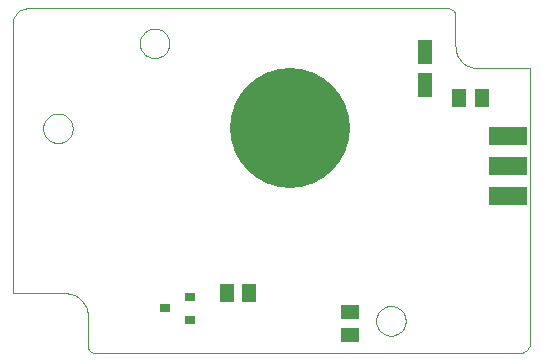
<source format=gtp>
G75*
%MOIN*%
%OFA0B0*%
%FSLAX24Y24*%
%IPPOS*%
%LPD*%
%AMOC8*
5,1,8,0,0,1.08239X$1,22.5*
%
%ADD10C,0.0000*%
%ADD11C,0.4000*%
%ADD12R,0.0512X0.0630*%
%ADD13R,0.0512X0.0591*%
%ADD14R,0.0591X0.0512*%
%ADD15R,0.0354X0.0315*%
%ADD16R,0.0472X0.0787*%
%ADD17R,0.1300X0.0600*%
D10*
X002650Y001400D02*
X002648Y001454D01*
X002642Y001507D01*
X002633Y001559D01*
X002620Y001611D01*
X002603Y001662D01*
X002582Y001712D01*
X002558Y001759D01*
X002531Y001805D01*
X002500Y001849D01*
X002467Y001891D01*
X002430Y001930D01*
X002391Y001967D01*
X002349Y002000D01*
X002305Y002031D01*
X002259Y002058D01*
X002212Y002082D01*
X002162Y002103D01*
X002111Y002120D01*
X002059Y002133D01*
X002007Y002142D01*
X001954Y002148D01*
X001900Y002150D01*
X000150Y002150D01*
X000150Y011256D01*
X000150Y011150D02*
X000152Y011194D01*
X000158Y011237D01*
X000167Y011279D01*
X000180Y011321D01*
X000197Y011361D01*
X000217Y011400D01*
X000240Y011437D01*
X000267Y011471D01*
X000296Y011504D01*
X000329Y011533D01*
X000363Y011560D01*
X000400Y011583D01*
X000439Y011603D01*
X000479Y011620D01*
X000521Y011633D01*
X000563Y011642D01*
X000606Y011648D01*
X000650Y011650D01*
X014650Y011650D01*
X014680Y011648D01*
X014710Y011643D01*
X014739Y011634D01*
X014766Y011621D01*
X014792Y011606D01*
X014816Y011587D01*
X014837Y011566D01*
X014856Y011542D01*
X014871Y011516D01*
X014884Y011489D01*
X014893Y011460D01*
X014898Y011430D01*
X014900Y011400D01*
X014900Y010400D01*
X014902Y010346D01*
X014908Y010293D01*
X014917Y010241D01*
X014930Y010189D01*
X014947Y010138D01*
X014968Y010088D01*
X014992Y010041D01*
X015019Y009995D01*
X015050Y009951D01*
X015083Y009909D01*
X015120Y009870D01*
X015159Y009833D01*
X015201Y009800D01*
X015245Y009769D01*
X015291Y009742D01*
X015338Y009718D01*
X015388Y009697D01*
X015439Y009680D01*
X015491Y009667D01*
X015543Y009658D01*
X015596Y009652D01*
X015650Y009650D01*
X017400Y009650D01*
X017400Y000544D01*
X017398Y000505D01*
X017392Y000467D01*
X017383Y000430D01*
X017370Y000393D01*
X017353Y000358D01*
X017334Y000325D01*
X017311Y000294D01*
X017285Y000265D01*
X017256Y000239D01*
X017225Y000216D01*
X017192Y000197D01*
X017157Y000180D01*
X017120Y000167D01*
X017083Y000158D01*
X017045Y000152D01*
X017006Y000150D01*
X017150Y000150D02*
X002900Y000150D01*
X002870Y000152D01*
X002840Y000157D01*
X002811Y000166D01*
X002784Y000179D01*
X002758Y000194D01*
X002734Y000213D01*
X002713Y000234D01*
X002694Y000258D01*
X002679Y000284D01*
X002666Y000311D01*
X002657Y000340D01*
X002652Y000370D01*
X002650Y000400D01*
X002650Y001400D01*
X001158Y007650D02*
X001160Y007694D01*
X001166Y007738D01*
X001176Y007781D01*
X001189Y007823D01*
X001207Y007863D01*
X001228Y007902D01*
X001252Y007939D01*
X001279Y007974D01*
X001310Y008006D01*
X001343Y008035D01*
X001379Y008061D01*
X001417Y008083D01*
X001457Y008102D01*
X001498Y008118D01*
X001541Y008130D01*
X001584Y008138D01*
X001628Y008142D01*
X001672Y008142D01*
X001716Y008138D01*
X001759Y008130D01*
X001802Y008118D01*
X001843Y008102D01*
X001883Y008083D01*
X001921Y008061D01*
X001957Y008035D01*
X001990Y008006D01*
X002021Y007974D01*
X002048Y007939D01*
X002072Y007902D01*
X002093Y007863D01*
X002111Y007823D01*
X002124Y007781D01*
X002134Y007738D01*
X002140Y007694D01*
X002142Y007650D01*
X002140Y007606D01*
X002134Y007562D01*
X002124Y007519D01*
X002111Y007477D01*
X002093Y007437D01*
X002072Y007398D01*
X002048Y007361D01*
X002021Y007326D01*
X001990Y007294D01*
X001957Y007265D01*
X001921Y007239D01*
X001883Y007217D01*
X001843Y007198D01*
X001802Y007182D01*
X001759Y007170D01*
X001716Y007162D01*
X001672Y007158D01*
X001628Y007158D01*
X001584Y007162D01*
X001541Y007170D01*
X001498Y007182D01*
X001457Y007198D01*
X001417Y007217D01*
X001379Y007239D01*
X001343Y007265D01*
X001310Y007294D01*
X001279Y007326D01*
X001252Y007361D01*
X001228Y007398D01*
X001207Y007437D01*
X001189Y007477D01*
X001176Y007519D01*
X001166Y007562D01*
X001160Y007606D01*
X001158Y007650D01*
X004382Y010485D02*
X004384Y010529D01*
X004390Y010573D01*
X004400Y010616D01*
X004413Y010658D01*
X004431Y010698D01*
X004452Y010737D01*
X004476Y010774D01*
X004503Y010809D01*
X004534Y010841D01*
X004567Y010870D01*
X004603Y010896D01*
X004641Y010918D01*
X004681Y010937D01*
X004722Y010953D01*
X004765Y010965D01*
X004808Y010973D01*
X004852Y010977D01*
X004896Y010977D01*
X004940Y010973D01*
X004983Y010965D01*
X005026Y010953D01*
X005067Y010937D01*
X005107Y010918D01*
X005145Y010896D01*
X005181Y010870D01*
X005214Y010841D01*
X005245Y010809D01*
X005272Y010774D01*
X005296Y010737D01*
X005317Y010698D01*
X005335Y010658D01*
X005348Y010616D01*
X005358Y010573D01*
X005364Y010529D01*
X005366Y010485D01*
X005364Y010441D01*
X005358Y010397D01*
X005348Y010354D01*
X005335Y010312D01*
X005317Y010272D01*
X005296Y010233D01*
X005272Y010196D01*
X005245Y010161D01*
X005214Y010129D01*
X005181Y010100D01*
X005145Y010074D01*
X005107Y010052D01*
X005067Y010033D01*
X005026Y010017D01*
X004983Y010005D01*
X004940Y009997D01*
X004896Y009993D01*
X004852Y009993D01*
X004808Y009997D01*
X004765Y010005D01*
X004722Y010017D01*
X004681Y010033D01*
X004641Y010052D01*
X004603Y010074D01*
X004567Y010100D01*
X004534Y010129D01*
X004503Y010161D01*
X004476Y010196D01*
X004452Y010233D01*
X004431Y010272D01*
X004413Y010312D01*
X004400Y010354D01*
X004390Y010397D01*
X004384Y010441D01*
X004382Y010485D01*
X012256Y001233D02*
X012258Y001277D01*
X012264Y001321D01*
X012274Y001364D01*
X012287Y001406D01*
X012305Y001446D01*
X012326Y001485D01*
X012350Y001522D01*
X012377Y001557D01*
X012408Y001589D01*
X012441Y001618D01*
X012477Y001644D01*
X012515Y001666D01*
X012555Y001685D01*
X012596Y001701D01*
X012639Y001713D01*
X012682Y001721D01*
X012726Y001725D01*
X012770Y001725D01*
X012814Y001721D01*
X012857Y001713D01*
X012900Y001701D01*
X012941Y001685D01*
X012981Y001666D01*
X013019Y001644D01*
X013055Y001618D01*
X013088Y001589D01*
X013119Y001557D01*
X013146Y001522D01*
X013170Y001485D01*
X013191Y001446D01*
X013209Y001406D01*
X013222Y001364D01*
X013232Y001321D01*
X013238Y001277D01*
X013240Y001233D01*
X013238Y001189D01*
X013232Y001145D01*
X013222Y001102D01*
X013209Y001060D01*
X013191Y001020D01*
X013170Y000981D01*
X013146Y000944D01*
X013119Y000909D01*
X013088Y000877D01*
X013055Y000848D01*
X013019Y000822D01*
X012981Y000800D01*
X012941Y000781D01*
X012900Y000765D01*
X012857Y000753D01*
X012814Y000745D01*
X012770Y000741D01*
X012726Y000741D01*
X012682Y000745D01*
X012639Y000753D01*
X012596Y000765D01*
X012555Y000781D01*
X012515Y000800D01*
X012477Y000822D01*
X012441Y000848D01*
X012408Y000877D01*
X012377Y000909D01*
X012350Y000944D01*
X012326Y000981D01*
X012305Y001020D01*
X012287Y001060D01*
X012274Y001102D01*
X012264Y001145D01*
X012258Y001189D01*
X012256Y001233D01*
D11*
X009400Y007650D03*
D12*
X015006Y008650D03*
X015794Y008650D03*
D13*
X008024Y002150D03*
X007276Y002150D03*
D14*
X011400Y001524D03*
X011400Y000776D03*
D15*
X006044Y001276D03*
X005217Y001650D03*
X006044Y002024D03*
D16*
X013900Y009099D03*
X013900Y010201D03*
D17*
X016650Y007400D03*
X016650Y006400D03*
X016650Y005400D03*
M02*

</source>
